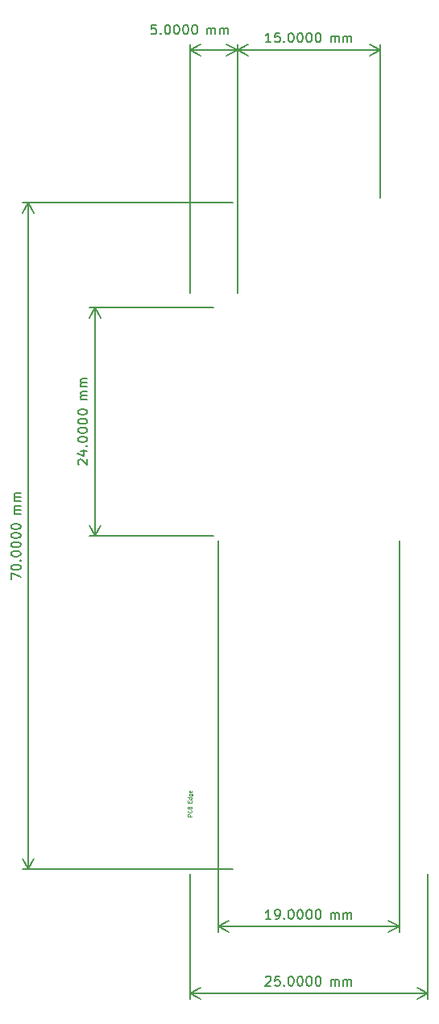
<source format=gbr>
G04 #@! TF.GenerationSoftware,KiCad,Pcbnew,(7.0.0)*
G04 #@! TF.CreationDate,2023-03-12T21:45:25+01:00*
G04 #@! TF.ProjectId,tracker,74726163-6b65-4722-9e6b-696361645f70,rev?*
G04 #@! TF.SameCoordinates,Original*
G04 #@! TF.FileFunction,OtherDrawing,Comment*
%FSLAX46Y46*%
G04 Gerber Fmt 4.6, Leading zero omitted, Abs format (unit mm)*
G04 Created by KiCad (PCBNEW (7.0.0)) date 2023-03-12 21:45:25*
%MOMM*%
%LPD*%
G01*
G04 APERTURE LIST*
%ADD10C,0.150000*%
%ADD11C,0.040000*%
G04 APERTURE END LIST*
D10*
X126461905Y-26367380D02*
X125985715Y-26367380D01*
X125985715Y-26367380D02*
X125938096Y-26843571D01*
X125938096Y-26843571D02*
X125985715Y-26795952D01*
X125985715Y-26795952D02*
X126080953Y-26748333D01*
X126080953Y-26748333D02*
X126319048Y-26748333D01*
X126319048Y-26748333D02*
X126414286Y-26795952D01*
X126414286Y-26795952D02*
X126461905Y-26843571D01*
X126461905Y-26843571D02*
X126509524Y-26938809D01*
X126509524Y-26938809D02*
X126509524Y-27176904D01*
X126509524Y-27176904D02*
X126461905Y-27272142D01*
X126461905Y-27272142D02*
X126414286Y-27319761D01*
X126414286Y-27319761D02*
X126319048Y-27367380D01*
X126319048Y-27367380D02*
X126080953Y-27367380D01*
X126080953Y-27367380D02*
X125985715Y-27319761D01*
X125985715Y-27319761D02*
X125938096Y-27272142D01*
X126938096Y-27272142D02*
X126985715Y-27319761D01*
X126985715Y-27319761D02*
X126938096Y-27367380D01*
X126938096Y-27367380D02*
X126890477Y-27319761D01*
X126890477Y-27319761D02*
X126938096Y-27272142D01*
X126938096Y-27272142D02*
X126938096Y-27367380D01*
X127604762Y-26367380D02*
X127700000Y-26367380D01*
X127700000Y-26367380D02*
X127795238Y-26415000D01*
X127795238Y-26415000D02*
X127842857Y-26462619D01*
X127842857Y-26462619D02*
X127890476Y-26557857D01*
X127890476Y-26557857D02*
X127938095Y-26748333D01*
X127938095Y-26748333D02*
X127938095Y-26986428D01*
X127938095Y-26986428D02*
X127890476Y-27176904D01*
X127890476Y-27176904D02*
X127842857Y-27272142D01*
X127842857Y-27272142D02*
X127795238Y-27319761D01*
X127795238Y-27319761D02*
X127700000Y-27367380D01*
X127700000Y-27367380D02*
X127604762Y-27367380D01*
X127604762Y-27367380D02*
X127509524Y-27319761D01*
X127509524Y-27319761D02*
X127461905Y-27272142D01*
X127461905Y-27272142D02*
X127414286Y-27176904D01*
X127414286Y-27176904D02*
X127366667Y-26986428D01*
X127366667Y-26986428D02*
X127366667Y-26748333D01*
X127366667Y-26748333D02*
X127414286Y-26557857D01*
X127414286Y-26557857D02*
X127461905Y-26462619D01*
X127461905Y-26462619D02*
X127509524Y-26415000D01*
X127509524Y-26415000D02*
X127604762Y-26367380D01*
X128557143Y-26367380D02*
X128652381Y-26367380D01*
X128652381Y-26367380D02*
X128747619Y-26415000D01*
X128747619Y-26415000D02*
X128795238Y-26462619D01*
X128795238Y-26462619D02*
X128842857Y-26557857D01*
X128842857Y-26557857D02*
X128890476Y-26748333D01*
X128890476Y-26748333D02*
X128890476Y-26986428D01*
X128890476Y-26986428D02*
X128842857Y-27176904D01*
X128842857Y-27176904D02*
X128795238Y-27272142D01*
X128795238Y-27272142D02*
X128747619Y-27319761D01*
X128747619Y-27319761D02*
X128652381Y-27367380D01*
X128652381Y-27367380D02*
X128557143Y-27367380D01*
X128557143Y-27367380D02*
X128461905Y-27319761D01*
X128461905Y-27319761D02*
X128414286Y-27272142D01*
X128414286Y-27272142D02*
X128366667Y-27176904D01*
X128366667Y-27176904D02*
X128319048Y-26986428D01*
X128319048Y-26986428D02*
X128319048Y-26748333D01*
X128319048Y-26748333D02*
X128366667Y-26557857D01*
X128366667Y-26557857D02*
X128414286Y-26462619D01*
X128414286Y-26462619D02*
X128461905Y-26415000D01*
X128461905Y-26415000D02*
X128557143Y-26367380D01*
X129509524Y-26367380D02*
X129604762Y-26367380D01*
X129604762Y-26367380D02*
X129700000Y-26415000D01*
X129700000Y-26415000D02*
X129747619Y-26462619D01*
X129747619Y-26462619D02*
X129795238Y-26557857D01*
X129795238Y-26557857D02*
X129842857Y-26748333D01*
X129842857Y-26748333D02*
X129842857Y-26986428D01*
X129842857Y-26986428D02*
X129795238Y-27176904D01*
X129795238Y-27176904D02*
X129747619Y-27272142D01*
X129747619Y-27272142D02*
X129700000Y-27319761D01*
X129700000Y-27319761D02*
X129604762Y-27367380D01*
X129604762Y-27367380D02*
X129509524Y-27367380D01*
X129509524Y-27367380D02*
X129414286Y-27319761D01*
X129414286Y-27319761D02*
X129366667Y-27272142D01*
X129366667Y-27272142D02*
X129319048Y-27176904D01*
X129319048Y-27176904D02*
X129271429Y-26986428D01*
X129271429Y-26986428D02*
X129271429Y-26748333D01*
X129271429Y-26748333D02*
X129319048Y-26557857D01*
X129319048Y-26557857D02*
X129366667Y-26462619D01*
X129366667Y-26462619D02*
X129414286Y-26415000D01*
X129414286Y-26415000D02*
X129509524Y-26367380D01*
X130461905Y-26367380D02*
X130557143Y-26367380D01*
X130557143Y-26367380D02*
X130652381Y-26415000D01*
X130652381Y-26415000D02*
X130700000Y-26462619D01*
X130700000Y-26462619D02*
X130747619Y-26557857D01*
X130747619Y-26557857D02*
X130795238Y-26748333D01*
X130795238Y-26748333D02*
X130795238Y-26986428D01*
X130795238Y-26986428D02*
X130747619Y-27176904D01*
X130747619Y-27176904D02*
X130700000Y-27272142D01*
X130700000Y-27272142D02*
X130652381Y-27319761D01*
X130652381Y-27319761D02*
X130557143Y-27367380D01*
X130557143Y-27367380D02*
X130461905Y-27367380D01*
X130461905Y-27367380D02*
X130366667Y-27319761D01*
X130366667Y-27319761D02*
X130319048Y-27272142D01*
X130319048Y-27272142D02*
X130271429Y-27176904D01*
X130271429Y-27176904D02*
X130223810Y-26986428D01*
X130223810Y-26986428D02*
X130223810Y-26748333D01*
X130223810Y-26748333D02*
X130271429Y-26557857D01*
X130271429Y-26557857D02*
X130319048Y-26462619D01*
X130319048Y-26462619D02*
X130366667Y-26415000D01*
X130366667Y-26415000D02*
X130461905Y-26367380D01*
X131823810Y-27367380D02*
X131823810Y-26700714D01*
X131823810Y-26795952D02*
X131871429Y-26748333D01*
X131871429Y-26748333D02*
X131966667Y-26700714D01*
X131966667Y-26700714D02*
X132109524Y-26700714D01*
X132109524Y-26700714D02*
X132204762Y-26748333D01*
X132204762Y-26748333D02*
X132252381Y-26843571D01*
X132252381Y-26843571D02*
X132252381Y-27367380D01*
X132252381Y-26843571D02*
X132300000Y-26748333D01*
X132300000Y-26748333D02*
X132395238Y-26700714D01*
X132395238Y-26700714D02*
X132538095Y-26700714D01*
X132538095Y-26700714D02*
X132633334Y-26748333D01*
X132633334Y-26748333D02*
X132680953Y-26843571D01*
X132680953Y-26843571D02*
X132680953Y-27367380D01*
X133157143Y-27367380D02*
X133157143Y-26700714D01*
X133157143Y-26795952D02*
X133204762Y-26748333D01*
X133204762Y-26748333D02*
X133300000Y-26700714D01*
X133300000Y-26700714D02*
X133442857Y-26700714D01*
X133442857Y-26700714D02*
X133538095Y-26748333D01*
X133538095Y-26748333D02*
X133585714Y-26843571D01*
X133585714Y-26843571D02*
X133585714Y-27367380D01*
X133585714Y-26843571D02*
X133633333Y-26748333D01*
X133633333Y-26748333D02*
X133728571Y-26700714D01*
X133728571Y-26700714D02*
X133871428Y-26700714D01*
X133871428Y-26700714D02*
X133966667Y-26748333D01*
X133966667Y-26748333D02*
X134014286Y-26843571D01*
X134014286Y-26843571D02*
X134014286Y-27367380D01*
X135000000Y-54500000D02*
X135000000Y-28413580D01*
X130000000Y-54500000D02*
X130000000Y-28413580D01*
X135000000Y-29000000D02*
X130000000Y-29000000D01*
X135000000Y-29000000D02*
X130000000Y-29000000D01*
X135000000Y-29000000D02*
X133873496Y-29586421D01*
X135000000Y-29000000D02*
X133873496Y-28413579D01*
X130000000Y-29000000D02*
X131126504Y-28413579D01*
X130000000Y-29000000D02*
X131126504Y-29586421D01*
X111217380Y-84585713D02*
X111217380Y-83919047D01*
X111217380Y-83919047D02*
X112217380Y-84347618D01*
X111217380Y-83347618D02*
X111217380Y-83252380D01*
X111217380Y-83252380D02*
X111265000Y-83157142D01*
X111265000Y-83157142D02*
X111312619Y-83109523D01*
X111312619Y-83109523D02*
X111407857Y-83061904D01*
X111407857Y-83061904D02*
X111598333Y-83014285D01*
X111598333Y-83014285D02*
X111836428Y-83014285D01*
X111836428Y-83014285D02*
X112026904Y-83061904D01*
X112026904Y-83061904D02*
X112122142Y-83109523D01*
X112122142Y-83109523D02*
X112169761Y-83157142D01*
X112169761Y-83157142D02*
X112217380Y-83252380D01*
X112217380Y-83252380D02*
X112217380Y-83347618D01*
X112217380Y-83347618D02*
X112169761Y-83442856D01*
X112169761Y-83442856D02*
X112122142Y-83490475D01*
X112122142Y-83490475D02*
X112026904Y-83538094D01*
X112026904Y-83538094D02*
X111836428Y-83585713D01*
X111836428Y-83585713D02*
X111598333Y-83585713D01*
X111598333Y-83585713D02*
X111407857Y-83538094D01*
X111407857Y-83538094D02*
X111312619Y-83490475D01*
X111312619Y-83490475D02*
X111265000Y-83442856D01*
X111265000Y-83442856D02*
X111217380Y-83347618D01*
X112122142Y-82585713D02*
X112169761Y-82538094D01*
X112169761Y-82538094D02*
X112217380Y-82585713D01*
X112217380Y-82585713D02*
X112169761Y-82633332D01*
X112169761Y-82633332D02*
X112122142Y-82585713D01*
X112122142Y-82585713D02*
X112217380Y-82585713D01*
X111217380Y-81919047D02*
X111217380Y-81823809D01*
X111217380Y-81823809D02*
X111265000Y-81728571D01*
X111265000Y-81728571D02*
X111312619Y-81680952D01*
X111312619Y-81680952D02*
X111407857Y-81633333D01*
X111407857Y-81633333D02*
X111598333Y-81585714D01*
X111598333Y-81585714D02*
X111836428Y-81585714D01*
X111836428Y-81585714D02*
X112026904Y-81633333D01*
X112026904Y-81633333D02*
X112122142Y-81680952D01*
X112122142Y-81680952D02*
X112169761Y-81728571D01*
X112169761Y-81728571D02*
X112217380Y-81823809D01*
X112217380Y-81823809D02*
X112217380Y-81919047D01*
X112217380Y-81919047D02*
X112169761Y-82014285D01*
X112169761Y-82014285D02*
X112122142Y-82061904D01*
X112122142Y-82061904D02*
X112026904Y-82109523D01*
X112026904Y-82109523D02*
X111836428Y-82157142D01*
X111836428Y-82157142D02*
X111598333Y-82157142D01*
X111598333Y-82157142D02*
X111407857Y-82109523D01*
X111407857Y-82109523D02*
X111312619Y-82061904D01*
X111312619Y-82061904D02*
X111265000Y-82014285D01*
X111265000Y-82014285D02*
X111217380Y-81919047D01*
X111217380Y-80966666D02*
X111217380Y-80871428D01*
X111217380Y-80871428D02*
X111265000Y-80776190D01*
X111265000Y-80776190D02*
X111312619Y-80728571D01*
X111312619Y-80728571D02*
X111407857Y-80680952D01*
X111407857Y-80680952D02*
X111598333Y-80633333D01*
X111598333Y-80633333D02*
X111836428Y-80633333D01*
X111836428Y-80633333D02*
X112026904Y-80680952D01*
X112026904Y-80680952D02*
X112122142Y-80728571D01*
X112122142Y-80728571D02*
X112169761Y-80776190D01*
X112169761Y-80776190D02*
X112217380Y-80871428D01*
X112217380Y-80871428D02*
X112217380Y-80966666D01*
X112217380Y-80966666D02*
X112169761Y-81061904D01*
X112169761Y-81061904D02*
X112122142Y-81109523D01*
X112122142Y-81109523D02*
X112026904Y-81157142D01*
X112026904Y-81157142D02*
X111836428Y-81204761D01*
X111836428Y-81204761D02*
X111598333Y-81204761D01*
X111598333Y-81204761D02*
X111407857Y-81157142D01*
X111407857Y-81157142D02*
X111312619Y-81109523D01*
X111312619Y-81109523D02*
X111265000Y-81061904D01*
X111265000Y-81061904D02*
X111217380Y-80966666D01*
X111217380Y-80014285D02*
X111217380Y-79919047D01*
X111217380Y-79919047D02*
X111265000Y-79823809D01*
X111265000Y-79823809D02*
X111312619Y-79776190D01*
X111312619Y-79776190D02*
X111407857Y-79728571D01*
X111407857Y-79728571D02*
X111598333Y-79680952D01*
X111598333Y-79680952D02*
X111836428Y-79680952D01*
X111836428Y-79680952D02*
X112026904Y-79728571D01*
X112026904Y-79728571D02*
X112122142Y-79776190D01*
X112122142Y-79776190D02*
X112169761Y-79823809D01*
X112169761Y-79823809D02*
X112217380Y-79919047D01*
X112217380Y-79919047D02*
X112217380Y-80014285D01*
X112217380Y-80014285D02*
X112169761Y-80109523D01*
X112169761Y-80109523D02*
X112122142Y-80157142D01*
X112122142Y-80157142D02*
X112026904Y-80204761D01*
X112026904Y-80204761D02*
X111836428Y-80252380D01*
X111836428Y-80252380D02*
X111598333Y-80252380D01*
X111598333Y-80252380D02*
X111407857Y-80204761D01*
X111407857Y-80204761D02*
X111312619Y-80157142D01*
X111312619Y-80157142D02*
X111265000Y-80109523D01*
X111265000Y-80109523D02*
X111217380Y-80014285D01*
X111217380Y-79061904D02*
X111217380Y-78966666D01*
X111217380Y-78966666D02*
X111265000Y-78871428D01*
X111265000Y-78871428D02*
X111312619Y-78823809D01*
X111312619Y-78823809D02*
X111407857Y-78776190D01*
X111407857Y-78776190D02*
X111598333Y-78728571D01*
X111598333Y-78728571D02*
X111836428Y-78728571D01*
X111836428Y-78728571D02*
X112026904Y-78776190D01*
X112026904Y-78776190D02*
X112122142Y-78823809D01*
X112122142Y-78823809D02*
X112169761Y-78871428D01*
X112169761Y-78871428D02*
X112217380Y-78966666D01*
X112217380Y-78966666D02*
X112217380Y-79061904D01*
X112217380Y-79061904D02*
X112169761Y-79157142D01*
X112169761Y-79157142D02*
X112122142Y-79204761D01*
X112122142Y-79204761D02*
X112026904Y-79252380D01*
X112026904Y-79252380D02*
X111836428Y-79299999D01*
X111836428Y-79299999D02*
X111598333Y-79299999D01*
X111598333Y-79299999D02*
X111407857Y-79252380D01*
X111407857Y-79252380D02*
X111312619Y-79204761D01*
X111312619Y-79204761D02*
X111265000Y-79157142D01*
X111265000Y-79157142D02*
X111217380Y-79061904D01*
X112217380Y-77699999D02*
X111550714Y-77699999D01*
X111645952Y-77699999D02*
X111598333Y-77652380D01*
X111598333Y-77652380D02*
X111550714Y-77557142D01*
X111550714Y-77557142D02*
X111550714Y-77414285D01*
X111550714Y-77414285D02*
X111598333Y-77319047D01*
X111598333Y-77319047D02*
X111693571Y-77271428D01*
X111693571Y-77271428D02*
X112217380Y-77271428D01*
X111693571Y-77271428D02*
X111598333Y-77223809D01*
X111598333Y-77223809D02*
X111550714Y-77128571D01*
X111550714Y-77128571D02*
X111550714Y-76985714D01*
X111550714Y-76985714D02*
X111598333Y-76890475D01*
X111598333Y-76890475D02*
X111693571Y-76842856D01*
X111693571Y-76842856D02*
X112217380Y-76842856D01*
X112217380Y-76366666D02*
X111550714Y-76366666D01*
X111645952Y-76366666D02*
X111598333Y-76319047D01*
X111598333Y-76319047D02*
X111550714Y-76223809D01*
X111550714Y-76223809D02*
X111550714Y-76080952D01*
X111550714Y-76080952D02*
X111598333Y-75985714D01*
X111598333Y-75985714D02*
X111693571Y-75938095D01*
X111693571Y-75938095D02*
X112217380Y-75938095D01*
X111693571Y-75938095D02*
X111598333Y-75890476D01*
X111598333Y-75890476D02*
X111550714Y-75795238D01*
X111550714Y-75795238D02*
X111550714Y-75652381D01*
X111550714Y-75652381D02*
X111598333Y-75557142D01*
X111598333Y-75557142D02*
X111693571Y-75509523D01*
X111693571Y-75509523D02*
X112217380Y-75509523D01*
X134500000Y-115000000D02*
X112413580Y-115000000D01*
X134500000Y-45000000D02*
X112413580Y-45000000D01*
X113000000Y-115000000D02*
X113000000Y-45000000D01*
X113000000Y-115000000D02*
X113000000Y-45000000D01*
X113000000Y-115000000D02*
X112413579Y-113873496D01*
X113000000Y-115000000D02*
X113586421Y-113873496D01*
X113000000Y-45000000D02*
X113586421Y-46126504D01*
X113000000Y-45000000D02*
X112413579Y-46126504D01*
X118312619Y-72538094D02*
X118265000Y-72490475D01*
X118265000Y-72490475D02*
X118217380Y-72395237D01*
X118217380Y-72395237D02*
X118217380Y-72157142D01*
X118217380Y-72157142D02*
X118265000Y-72061904D01*
X118265000Y-72061904D02*
X118312619Y-72014285D01*
X118312619Y-72014285D02*
X118407857Y-71966666D01*
X118407857Y-71966666D02*
X118503095Y-71966666D01*
X118503095Y-71966666D02*
X118645952Y-72014285D01*
X118645952Y-72014285D02*
X119217380Y-72585713D01*
X119217380Y-72585713D02*
X119217380Y-71966666D01*
X118550714Y-71109523D02*
X119217380Y-71109523D01*
X118169761Y-71347618D02*
X118884047Y-71585713D01*
X118884047Y-71585713D02*
X118884047Y-70966666D01*
X119122142Y-70585713D02*
X119169761Y-70538094D01*
X119169761Y-70538094D02*
X119217380Y-70585713D01*
X119217380Y-70585713D02*
X119169761Y-70633332D01*
X119169761Y-70633332D02*
X119122142Y-70585713D01*
X119122142Y-70585713D02*
X119217380Y-70585713D01*
X118217380Y-69919047D02*
X118217380Y-69823809D01*
X118217380Y-69823809D02*
X118265000Y-69728571D01*
X118265000Y-69728571D02*
X118312619Y-69680952D01*
X118312619Y-69680952D02*
X118407857Y-69633333D01*
X118407857Y-69633333D02*
X118598333Y-69585714D01*
X118598333Y-69585714D02*
X118836428Y-69585714D01*
X118836428Y-69585714D02*
X119026904Y-69633333D01*
X119026904Y-69633333D02*
X119122142Y-69680952D01*
X119122142Y-69680952D02*
X119169761Y-69728571D01*
X119169761Y-69728571D02*
X119217380Y-69823809D01*
X119217380Y-69823809D02*
X119217380Y-69919047D01*
X119217380Y-69919047D02*
X119169761Y-70014285D01*
X119169761Y-70014285D02*
X119122142Y-70061904D01*
X119122142Y-70061904D02*
X119026904Y-70109523D01*
X119026904Y-70109523D02*
X118836428Y-70157142D01*
X118836428Y-70157142D02*
X118598333Y-70157142D01*
X118598333Y-70157142D02*
X118407857Y-70109523D01*
X118407857Y-70109523D02*
X118312619Y-70061904D01*
X118312619Y-70061904D02*
X118265000Y-70014285D01*
X118265000Y-70014285D02*
X118217380Y-69919047D01*
X118217380Y-68966666D02*
X118217380Y-68871428D01*
X118217380Y-68871428D02*
X118265000Y-68776190D01*
X118265000Y-68776190D02*
X118312619Y-68728571D01*
X118312619Y-68728571D02*
X118407857Y-68680952D01*
X118407857Y-68680952D02*
X118598333Y-68633333D01*
X118598333Y-68633333D02*
X118836428Y-68633333D01*
X118836428Y-68633333D02*
X119026904Y-68680952D01*
X119026904Y-68680952D02*
X119122142Y-68728571D01*
X119122142Y-68728571D02*
X119169761Y-68776190D01*
X119169761Y-68776190D02*
X119217380Y-68871428D01*
X119217380Y-68871428D02*
X119217380Y-68966666D01*
X119217380Y-68966666D02*
X119169761Y-69061904D01*
X119169761Y-69061904D02*
X119122142Y-69109523D01*
X119122142Y-69109523D02*
X119026904Y-69157142D01*
X119026904Y-69157142D02*
X118836428Y-69204761D01*
X118836428Y-69204761D02*
X118598333Y-69204761D01*
X118598333Y-69204761D02*
X118407857Y-69157142D01*
X118407857Y-69157142D02*
X118312619Y-69109523D01*
X118312619Y-69109523D02*
X118265000Y-69061904D01*
X118265000Y-69061904D02*
X118217380Y-68966666D01*
X118217380Y-68014285D02*
X118217380Y-67919047D01*
X118217380Y-67919047D02*
X118265000Y-67823809D01*
X118265000Y-67823809D02*
X118312619Y-67776190D01*
X118312619Y-67776190D02*
X118407857Y-67728571D01*
X118407857Y-67728571D02*
X118598333Y-67680952D01*
X118598333Y-67680952D02*
X118836428Y-67680952D01*
X118836428Y-67680952D02*
X119026904Y-67728571D01*
X119026904Y-67728571D02*
X119122142Y-67776190D01*
X119122142Y-67776190D02*
X119169761Y-67823809D01*
X119169761Y-67823809D02*
X119217380Y-67919047D01*
X119217380Y-67919047D02*
X119217380Y-68014285D01*
X119217380Y-68014285D02*
X119169761Y-68109523D01*
X119169761Y-68109523D02*
X119122142Y-68157142D01*
X119122142Y-68157142D02*
X119026904Y-68204761D01*
X119026904Y-68204761D02*
X118836428Y-68252380D01*
X118836428Y-68252380D02*
X118598333Y-68252380D01*
X118598333Y-68252380D02*
X118407857Y-68204761D01*
X118407857Y-68204761D02*
X118312619Y-68157142D01*
X118312619Y-68157142D02*
X118265000Y-68109523D01*
X118265000Y-68109523D02*
X118217380Y-68014285D01*
X118217380Y-67061904D02*
X118217380Y-66966666D01*
X118217380Y-66966666D02*
X118265000Y-66871428D01*
X118265000Y-66871428D02*
X118312619Y-66823809D01*
X118312619Y-66823809D02*
X118407857Y-66776190D01*
X118407857Y-66776190D02*
X118598333Y-66728571D01*
X118598333Y-66728571D02*
X118836428Y-66728571D01*
X118836428Y-66728571D02*
X119026904Y-66776190D01*
X119026904Y-66776190D02*
X119122142Y-66823809D01*
X119122142Y-66823809D02*
X119169761Y-66871428D01*
X119169761Y-66871428D02*
X119217380Y-66966666D01*
X119217380Y-66966666D02*
X119217380Y-67061904D01*
X119217380Y-67061904D02*
X119169761Y-67157142D01*
X119169761Y-67157142D02*
X119122142Y-67204761D01*
X119122142Y-67204761D02*
X119026904Y-67252380D01*
X119026904Y-67252380D02*
X118836428Y-67299999D01*
X118836428Y-67299999D02*
X118598333Y-67299999D01*
X118598333Y-67299999D02*
X118407857Y-67252380D01*
X118407857Y-67252380D02*
X118312619Y-67204761D01*
X118312619Y-67204761D02*
X118265000Y-67157142D01*
X118265000Y-67157142D02*
X118217380Y-67061904D01*
X119217380Y-65699999D02*
X118550714Y-65699999D01*
X118645952Y-65699999D02*
X118598333Y-65652380D01*
X118598333Y-65652380D02*
X118550714Y-65557142D01*
X118550714Y-65557142D02*
X118550714Y-65414285D01*
X118550714Y-65414285D02*
X118598333Y-65319047D01*
X118598333Y-65319047D02*
X118693571Y-65271428D01*
X118693571Y-65271428D02*
X119217380Y-65271428D01*
X118693571Y-65271428D02*
X118598333Y-65223809D01*
X118598333Y-65223809D02*
X118550714Y-65128571D01*
X118550714Y-65128571D02*
X118550714Y-64985714D01*
X118550714Y-64985714D02*
X118598333Y-64890475D01*
X118598333Y-64890475D02*
X118693571Y-64842856D01*
X118693571Y-64842856D02*
X119217380Y-64842856D01*
X119217380Y-64366666D02*
X118550714Y-64366666D01*
X118645952Y-64366666D02*
X118598333Y-64319047D01*
X118598333Y-64319047D02*
X118550714Y-64223809D01*
X118550714Y-64223809D02*
X118550714Y-64080952D01*
X118550714Y-64080952D02*
X118598333Y-63985714D01*
X118598333Y-63985714D02*
X118693571Y-63938095D01*
X118693571Y-63938095D02*
X119217380Y-63938095D01*
X118693571Y-63938095D02*
X118598333Y-63890476D01*
X118598333Y-63890476D02*
X118550714Y-63795238D01*
X118550714Y-63795238D02*
X118550714Y-63652381D01*
X118550714Y-63652381D02*
X118598333Y-63557142D01*
X118598333Y-63557142D02*
X118693571Y-63509523D01*
X118693571Y-63509523D02*
X119217380Y-63509523D01*
X132500000Y-56000000D02*
X119413580Y-56000000D01*
X132500000Y-80000000D02*
X119413580Y-80000000D01*
X120000000Y-56000000D02*
X120000000Y-80000000D01*
X120000000Y-56000000D02*
X120000000Y-80000000D01*
X120000000Y-56000000D02*
X120586421Y-57126504D01*
X120000000Y-56000000D02*
X119413579Y-57126504D01*
X120000000Y-80000000D02*
X119413579Y-78873496D01*
X120000000Y-80000000D02*
X120586421Y-78873496D01*
X138533333Y-28217380D02*
X137961905Y-28217380D01*
X138247619Y-28217380D02*
X138247619Y-27217380D01*
X138247619Y-27217380D02*
X138152381Y-27360238D01*
X138152381Y-27360238D02*
X138057143Y-27455476D01*
X138057143Y-27455476D02*
X137961905Y-27503095D01*
X139438095Y-27217380D02*
X138961905Y-27217380D01*
X138961905Y-27217380D02*
X138914286Y-27693571D01*
X138914286Y-27693571D02*
X138961905Y-27645952D01*
X138961905Y-27645952D02*
X139057143Y-27598333D01*
X139057143Y-27598333D02*
X139295238Y-27598333D01*
X139295238Y-27598333D02*
X139390476Y-27645952D01*
X139390476Y-27645952D02*
X139438095Y-27693571D01*
X139438095Y-27693571D02*
X139485714Y-27788809D01*
X139485714Y-27788809D02*
X139485714Y-28026904D01*
X139485714Y-28026904D02*
X139438095Y-28122142D01*
X139438095Y-28122142D02*
X139390476Y-28169761D01*
X139390476Y-28169761D02*
X139295238Y-28217380D01*
X139295238Y-28217380D02*
X139057143Y-28217380D01*
X139057143Y-28217380D02*
X138961905Y-28169761D01*
X138961905Y-28169761D02*
X138914286Y-28122142D01*
X139914286Y-28122142D02*
X139961905Y-28169761D01*
X139961905Y-28169761D02*
X139914286Y-28217380D01*
X139914286Y-28217380D02*
X139866667Y-28169761D01*
X139866667Y-28169761D02*
X139914286Y-28122142D01*
X139914286Y-28122142D02*
X139914286Y-28217380D01*
X140580952Y-27217380D02*
X140676190Y-27217380D01*
X140676190Y-27217380D02*
X140771428Y-27265000D01*
X140771428Y-27265000D02*
X140819047Y-27312619D01*
X140819047Y-27312619D02*
X140866666Y-27407857D01*
X140866666Y-27407857D02*
X140914285Y-27598333D01*
X140914285Y-27598333D02*
X140914285Y-27836428D01*
X140914285Y-27836428D02*
X140866666Y-28026904D01*
X140866666Y-28026904D02*
X140819047Y-28122142D01*
X140819047Y-28122142D02*
X140771428Y-28169761D01*
X140771428Y-28169761D02*
X140676190Y-28217380D01*
X140676190Y-28217380D02*
X140580952Y-28217380D01*
X140580952Y-28217380D02*
X140485714Y-28169761D01*
X140485714Y-28169761D02*
X140438095Y-28122142D01*
X140438095Y-28122142D02*
X140390476Y-28026904D01*
X140390476Y-28026904D02*
X140342857Y-27836428D01*
X140342857Y-27836428D02*
X140342857Y-27598333D01*
X140342857Y-27598333D02*
X140390476Y-27407857D01*
X140390476Y-27407857D02*
X140438095Y-27312619D01*
X140438095Y-27312619D02*
X140485714Y-27265000D01*
X140485714Y-27265000D02*
X140580952Y-27217380D01*
X141533333Y-27217380D02*
X141628571Y-27217380D01*
X141628571Y-27217380D02*
X141723809Y-27265000D01*
X141723809Y-27265000D02*
X141771428Y-27312619D01*
X141771428Y-27312619D02*
X141819047Y-27407857D01*
X141819047Y-27407857D02*
X141866666Y-27598333D01*
X141866666Y-27598333D02*
X141866666Y-27836428D01*
X141866666Y-27836428D02*
X141819047Y-28026904D01*
X141819047Y-28026904D02*
X141771428Y-28122142D01*
X141771428Y-28122142D02*
X141723809Y-28169761D01*
X141723809Y-28169761D02*
X141628571Y-28217380D01*
X141628571Y-28217380D02*
X141533333Y-28217380D01*
X141533333Y-28217380D02*
X141438095Y-28169761D01*
X141438095Y-28169761D02*
X141390476Y-28122142D01*
X141390476Y-28122142D02*
X141342857Y-28026904D01*
X141342857Y-28026904D02*
X141295238Y-27836428D01*
X141295238Y-27836428D02*
X141295238Y-27598333D01*
X141295238Y-27598333D02*
X141342857Y-27407857D01*
X141342857Y-27407857D02*
X141390476Y-27312619D01*
X141390476Y-27312619D02*
X141438095Y-27265000D01*
X141438095Y-27265000D02*
X141533333Y-27217380D01*
X142485714Y-27217380D02*
X142580952Y-27217380D01*
X142580952Y-27217380D02*
X142676190Y-27265000D01*
X142676190Y-27265000D02*
X142723809Y-27312619D01*
X142723809Y-27312619D02*
X142771428Y-27407857D01*
X142771428Y-27407857D02*
X142819047Y-27598333D01*
X142819047Y-27598333D02*
X142819047Y-27836428D01*
X142819047Y-27836428D02*
X142771428Y-28026904D01*
X142771428Y-28026904D02*
X142723809Y-28122142D01*
X142723809Y-28122142D02*
X142676190Y-28169761D01*
X142676190Y-28169761D02*
X142580952Y-28217380D01*
X142580952Y-28217380D02*
X142485714Y-28217380D01*
X142485714Y-28217380D02*
X142390476Y-28169761D01*
X142390476Y-28169761D02*
X142342857Y-28122142D01*
X142342857Y-28122142D02*
X142295238Y-28026904D01*
X142295238Y-28026904D02*
X142247619Y-27836428D01*
X142247619Y-27836428D02*
X142247619Y-27598333D01*
X142247619Y-27598333D02*
X142295238Y-27407857D01*
X142295238Y-27407857D02*
X142342857Y-27312619D01*
X142342857Y-27312619D02*
X142390476Y-27265000D01*
X142390476Y-27265000D02*
X142485714Y-27217380D01*
X143438095Y-27217380D02*
X143533333Y-27217380D01*
X143533333Y-27217380D02*
X143628571Y-27265000D01*
X143628571Y-27265000D02*
X143676190Y-27312619D01*
X143676190Y-27312619D02*
X143723809Y-27407857D01*
X143723809Y-27407857D02*
X143771428Y-27598333D01*
X143771428Y-27598333D02*
X143771428Y-27836428D01*
X143771428Y-27836428D02*
X143723809Y-28026904D01*
X143723809Y-28026904D02*
X143676190Y-28122142D01*
X143676190Y-28122142D02*
X143628571Y-28169761D01*
X143628571Y-28169761D02*
X143533333Y-28217380D01*
X143533333Y-28217380D02*
X143438095Y-28217380D01*
X143438095Y-28217380D02*
X143342857Y-28169761D01*
X143342857Y-28169761D02*
X143295238Y-28122142D01*
X143295238Y-28122142D02*
X143247619Y-28026904D01*
X143247619Y-28026904D02*
X143200000Y-27836428D01*
X143200000Y-27836428D02*
X143200000Y-27598333D01*
X143200000Y-27598333D02*
X143247619Y-27407857D01*
X143247619Y-27407857D02*
X143295238Y-27312619D01*
X143295238Y-27312619D02*
X143342857Y-27265000D01*
X143342857Y-27265000D02*
X143438095Y-27217380D01*
X144800000Y-28217380D02*
X144800000Y-27550714D01*
X144800000Y-27645952D02*
X144847619Y-27598333D01*
X144847619Y-27598333D02*
X144942857Y-27550714D01*
X144942857Y-27550714D02*
X145085714Y-27550714D01*
X145085714Y-27550714D02*
X145180952Y-27598333D01*
X145180952Y-27598333D02*
X145228571Y-27693571D01*
X145228571Y-27693571D02*
X145228571Y-28217380D01*
X145228571Y-27693571D02*
X145276190Y-27598333D01*
X145276190Y-27598333D02*
X145371428Y-27550714D01*
X145371428Y-27550714D02*
X145514285Y-27550714D01*
X145514285Y-27550714D02*
X145609524Y-27598333D01*
X145609524Y-27598333D02*
X145657143Y-27693571D01*
X145657143Y-27693571D02*
X145657143Y-28217380D01*
X146133333Y-28217380D02*
X146133333Y-27550714D01*
X146133333Y-27645952D02*
X146180952Y-27598333D01*
X146180952Y-27598333D02*
X146276190Y-27550714D01*
X146276190Y-27550714D02*
X146419047Y-27550714D01*
X146419047Y-27550714D02*
X146514285Y-27598333D01*
X146514285Y-27598333D02*
X146561904Y-27693571D01*
X146561904Y-27693571D02*
X146561904Y-28217380D01*
X146561904Y-27693571D02*
X146609523Y-27598333D01*
X146609523Y-27598333D02*
X146704761Y-27550714D01*
X146704761Y-27550714D02*
X146847618Y-27550714D01*
X146847618Y-27550714D02*
X146942857Y-27598333D01*
X146942857Y-27598333D02*
X146990476Y-27693571D01*
X146990476Y-27693571D02*
X146990476Y-28217380D01*
X135000000Y-44500000D02*
X135000000Y-28413580D01*
X150000000Y-44500000D02*
X150000000Y-28413580D01*
X135000000Y-29000000D02*
X150000000Y-29000000D01*
X135000000Y-29000000D02*
X150000000Y-29000000D01*
X135000000Y-29000000D02*
X136126504Y-28413579D01*
X135000000Y-29000000D02*
X136126504Y-29586421D01*
X150000000Y-29000000D02*
X148873496Y-29586421D01*
X150000000Y-29000000D02*
X148873496Y-28413579D01*
X138533333Y-120217380D02*
X137961905Y-120217380D01*
X138247619Y-120217380D02*
X138247619Y-119217380D01*
X138247619Y-119217380D02*
X138152381Y-119360238D01*
X138152381Y-119360238D02*
X138057143Y-119455476D01*
X138057143Y-119455476D02*
X137961905Y-119503095D01*
X139009524Y-120217380D02*
X139200000Y-120217380D01*
X139200000Y-120217380D02*
X139295238Y-120169761D01*
X139295238Y-120169761D02*
X139342857Y-120122142D01*
X139342857Y-120122142D02*
X139438095Y-119979285D01*
X139438095Y-119979285D02*
X139485714Y-119788809D01*
X139485714Y-119788809D02*
X139485714Y-119407857D01*
X139485714Y-119407857D02*
X139438095Y-119312619D01*
X139438095Y-119312619D02*
X139390476Y-119265000D01*
X139390476Y-119265000D02*
X139295238Y-119217380D01*
X139295238Y-119217380D02*
X139104762Y-119217380D01*
X139104762Y-119217380D02*
X139009524Y-119265000D01*
X139009524Y-119265000D02*
X138961905Y-119312619D01*
X138961905Y-119312619D02*
X138914286Y-119407857D01*
X138914286Y-119407857D02*
X138914286Y-119645952D01*
X138914286Y-119645952D02*
X138961905Y-119741190D01*
X138961905Y-119741190D02*
X139009524Y-119788809D01*
X139009524Y-119788809D02*
X139104762Y-119836428D01*
X139104762Y-119836428D02*
X139295238Y-119836428D01*
X139295238Y-119836428D02*
X139390476Y-119788809D01*
X139390476Y-119788809D02*
X139438095Y-119741190D01*
X139438095Y-119741190D02*
X139485714Y-119645952D01*
X139914286Y-120122142D02*
X139961905Y-120169761D01*
X139961905Y-120169761D02*
X139914286Y-120217380D01*
X139914286Y-120217380D02*
X139866667Y-120169761D01*
X139866667Y-120169761D02*
X139914286Y-120122142D01*
X139914286Y-120122142D02*
X139914286Y-120217380D01*
X140580952Y-119217380D02*
X140676190Y-119217380D01*
X140676190Y-119217380D02*
X140771428Y-119265000D01*
X140771428Y-119265000D02*
X140819047Y-119312619D01*
X140819047Y-119312619D02*
X140866666Y-119407857D01*
X140866666Y-119407857D02*
X140914285Y-119598333D01*
X140914285Y-119598333D02*
X140914285Y-119836428D01*
X140914285Y-119836428D02*
X140866666Y-120026904D01*
X140866666Y-120026904D02*
X140819047Y-120122142D01*
X140819047Y-120122142D02*
X140771428Y-120169761D01*
X140771428Y-120169761D02*
X140676190Y-120217380D01*
X140676190Y-120217380D02*
X140580952Y-120217380D01*
X140580952Y-120217380D02*
X140485714Y-120169761D01*
X140485714Y-120169761D02*
X140438095Y-120122142D01*
X140438095Y-120122142D02*
X140390476Y-120026904D01*
X140390476Y-120026904D02*
X140342857Y-119836428D01*
X140342857Y-119836428D02*
X140342857Y-119598333D01*
X140342857Y-119598333D02*
X140390476Y-119407857D01*
X140390476Y-119407857D02*
X140438095Y-119312619D01*
X140438095Y-119312619D02*
X140485714Y-119265000D01*
X140485714Y-119265000D02*
X140580952Y-119217380D01*
X141533333Y-119217380D02*
X141628571Y-119217380D01*
X141628571Y-119217380D02*
X141723809Y-119265000D01*
X141723809Y-119265000D02*
X141771428Y-119312619D01*
X141771428Y-119312619D02*
X141819047Y-119407857D01*
X141819047Y-119407857D02*
X141866666Y-119598333D01*
X141866666Y-119598333D02*
X141866666Y-119836428D01*
X141866666Y-119836428D02*
X141819047Y-120026904D01*
X141819047Y-120026904D02*
X141771428Y-120122142D01*
X141771428Y-120122142D02*
X141723809Y-120169761D01*
X141723809Y-120169761D02*
X141628571Y-120217380D01*
X141628571Y-120217380D02*
X141533333Y-120217380D01*
X141533333Y-120217380D02*
X141438095Y-120169761D01*
X141438095Y-120169761D02*
X141390476Y-120122142D01*
X141390476Y-120122142D02*
X141342857Y-120026904D01*
X141342857Y-120026904D02*
X141295238Y-119836428D01*
X141295238Y-119836428D02*
X141295238Y-119598333D01*
X141295238Y-119598333D02*
X141342857Y-119407857D01*
X141342857Y-119407857D02*
X141390476Y-119312619D01*
X141390476Y-119312619D02*
X141438095Y-119265000D01*
X141438095Y-119265000D02*
X141533333Y-119217380D01*
X142485714Y-119217380D02*
X142580952Y-119217380D01*
X142580952Y-119217380D02*
X142676190Y-119265000D01*
X142676190Y-119265000D02*
X142723809Y-119312619D01*
X142723809Y-119312619D02*
X142771428Y-119407857D01*
X142771428Y-119407857D02*
X142819047Y-119598333D01*
X142819047Y-119598333D02*
X142819047Y-119836428D01*
X142819047Y-119836428D02*
X142771428Y-120026904D01*
X142771428Y-120026904D02*
X142723809Y-120122142D01*
X142723809Y-120122142D02*
X142676190Y-120169761D01*
X142676190Y-120169761D02*
X142580952Y-120217380D01*
X142580952Y-120217380D02*
X142485714Y-120217380D01*
X142485714Y-120217380D02*
X142390476Y-120169761D01*
X142390476Y-120169761D02*
X142342857Y-120122142D01*
X142342857Y-120122142D02*
X142295238Y-120026904D01*
X142295238Y-120026904D02*
X142247619Y-119836428D01*
X142247619Y-119836428D02*
X142247619Y-119598333D01*
X142247619Y-119598333D02*
X142295238Y-119407857D01*
X142295238Y-119407857D02*
X142342857Y-119312619D01*
X142342857Y-119312619D02*
X142390476Y-119265000D01*
X142390476Y-119265000D02*
X142485714Y-119217380D01*
X143438095Y-119217380D02*
X143533333Y-119217380D01*
X143533333Y-119217380D02*
X143628571Y-119265000D01*
X143628571Y-119265000D02*
X143676190Y-119312619D01*
X143676190Y-119312619D02*
X143723809Y-119407857D01*
X143723809Y-119407857D02*
X143771428Y-119598333D01*
X143771428Y-119598333D02*
X143771428Y-119836428D01*
X143771428Y-119836428D02*
X143723809Y-120026904D01*
X143723809Y-120026904D02*
X143676190Y-120122142D01*
X143676190Y-120122142D02*
X143628571Y-120169761D01*
X143628571Y-120169761D02*
X143533333Y-120217380D01*
X143533333Y-120217380D02*
X143438095Y-120217380D01*
X143438095Y-120217380D02*
X143342857Y-120169761D01*
X143342857Y-120169761D02*
X143295238Y-120122142D01*
X143295238Y-120122142D02*
X143247619Y-120026904D01*
X143247619Y-120026904D02*
X143200000Y-119836428D01*
X143200000Y-119836428D02*
X143200000Y-119598333D01*
X143200000Y-119598333D02*
X143247619Y-119407857D01*
X143247619Y-119407857D02*
X143295238Y-119312619D01*
X143295238Y-119312619D02*
X143342857Y-119265000D01*
X143342857Y-119265000D02*
X143438095Y-119217380D01*
X144800000Y-120217380D02*
X144800000Y-119550714D01*
X144800000Y-119645952D02*
X144847619Y-119598333D01*
X144847619Y-119598333D02*
X144942857Y-119550714D01*
X144942857Y-119550714D02*
X145085714Y-119550714D01*
X145085714Y-119550714D02*
X145180952Y-119598333D01*
X145180952Y-119598333D02*
X145228571Y-119693571D01*
X145228571Y-119693571D02*
X145228571Y-120217380D01*
X145228571Y-119693571D02*
X145276190Y-119598333D01*
X145276190Y-119598333D02*
X145371428Y-119550714D01*
X145371428Y-119550714D02*
X145514285Y-119550714D01*
X145514285Y-119550714D02*
X145609524Y-119598333D01*
X145609524Y-119598333D02*
X145657143Y-119693571D01*
X145657143Y-119693571D02*
X145657143Y-120217380D01*
X146133333Y-120217380D02*
X146133333Y-119550714D01*
X146133333Y-119645952D02*
X146180952Y-119598333D01*
X146180952Y-119598333D02*
X146276190Y-119550714D01*
X146276190Y-119550714D02*
X146419047Y-119550714D01*
X146419047Y-119550714D02*
X146514285Y-119598333D01*
X146514285Y-119598333D02*
X146561904Y-119693571D01*
X146561904Y-119693571D02*
X146561904Y-120217380D01*
X146561904Y-119693571D02*
X146609523Y-119598333D01*
X146609523Y-119598333D02*
X146704761Y-119550714D01*
X146704761Y-119550714D02*
X146847618Y-119550714D01*
X146847618Y-119550714D02*
X146942857Y-119598333D01*
X146942857Y-119598333D02*
X146990476Y-119693571D01*
X146990476Y-119693571D02*
X146990476Y-120217380D01*
X133000000Y-80500000D02*
X133000000Y-121586420D01*
X152000000Y-80500000D02*
X152000000Y-121586420D01*
X133000000Y-121000000D02*
X152000000Y-121000000D01*
X133000000Y-121000000D02*
X152000000Y-121000000D01*
X133000000Y-121000000D02*
X134126504Y-120413579D01*
X133000000Y-121000000D02*
X134126504Y-121586421D01*
X152000000Y-121000000D02*
X150873496Y-121586421D01*
X152000000Y-121000000D02*
X150873496Y-120413579D01*
X137961905Y-126312619D02*
X138009524Y-126265000D01*
X138009524Y-126265000D02*
X138104762Y-126217380D01*
X138104762Y-126217380D02*
X138342857Y-126217380D01*
X138342857Y-126217380D02*
X138438095Y-126265000D01*
X138438095Y-126265000D02*
X138485714Y-126312619D01*
X138485714Y-126312619D02*
X138533333Y-126407857D01*
X138533333Y-126407857D02*
X138533333Y-126503095D01*
X138533333Y-126503095D02*
X138485714Y-126645952D01*
X138485714Y-126645952D02*
X137914286Y-127217380D01*
X137914286Y-127217380D02*
X138533333Y-127217380D01*
X139438095Y-126217380D02*
X138961905Y-126217380D01*
X138961905Y-126217380D02*
X138914286Y-126693571D01*
X138914286Y-126693571D02*
X138961905Y-126645952D01*
X138961905Y-126645952D02*
X139057143Y-126598333D01*
X139057143Y-126598333D02*
X139295238Y-126598333D01*
X139295238Y-126598333D02*
X139390476Y-126645952D01*
X139390476Y-126645952D02*
X139438095Y-126693571D01*
X139438095Y-126693571D02*
X139485714Y-126788809D01*
X139485714Y-126788809D02*
X139485714Y-127026904D01*
X139485714Y-127026904D02*
X139438095Y-127122142D01*
X139438095Y-127122142D02*
X139390476Y-127169761D01*
X139390476Y-127169761D02*
X139295238Y-127217380D01*
X139295238Y-127217380D02*
X139057143Y-127217380D01*
X139057143Y-127217380D02*
X138961905Y-127169761D01*
X138961905Y-127169761D02*
X138914286Y-127122142D01*
X139914286Y-127122142D02*
X139961905Y-127169761D01*
X139961905Y-127169761D02*
X139914286Y-127217380D01*
X139914286Y-127217380D02*
X139866667Y-127169761D01*
X139866667Y-127169761D02*
X139914286Y-127122142D01*
X139914286Y-127122142D02*
X139914286Y-127217380D01*
X140580952Y-126217380D02*
X140676190Y-126217380D01*
X140676190Y-126217380D02*
X140771428Y-126265000D01*
X140771428Y-126265000D02*
X140819047Y-126312619D01*
X140819047Y-126312619D02*
X140866666Y-126407857D01*
X140866666Y-126407857D02*
X140914285Y-126598333D01*
X140914285Y-126598333D02*
X140914285Y-126836428D01*
X140914285Y-126836428D02*
X140866666Y-127026904D01*
X140866666Y-127026904D02*
X140819047Y-127122142D01*
X140819047Y-127122142D02*
X140771428Y-127169761D01*
X140771428Y-127169761D02*
X140676190Y-127217380D01*
X140676190Y-127217380D02*
X140580952Y-127217380D01*
X140580952Y-127217380D02*
X140485714Y-127169761D01*
X140485714Y-127169761D02*
X140438095Y-127122142D01*
X140438095Y-127122142D02*
X140390476Y-127026904D01*
X140390476Y-127026904D02*
X140342857Y-126836428D01*
X140342857Y-126836428D02*
X140342857Y-126598333D01*
X140342857Y-126598333D02*
X140390476Y-126407857D01*
X140390476Y-126407857D02*
X140438095Y-126312619D01*
X140438095Y-126312619D02*
X140485714Y-126265000D01*
X140485714Y-126265000D02*
X140580952Y-126217380D01*
X141533333Y-126217380D02*
X141628571Y-126217380D01*
X141628571Y-126217380D02*
X141723809Y-126265000D01*
X141723809Y-126265000D02*
X141771428Y-126312619D01*
X141771428Y-126312619D02*
X141819047Y-126407857D01*
X141819047Y-126407857D02*
X141866666Y-126598333D01*
X141866666Y-126598333D02*
X141866666Y-126836428D01*
X141866666Y-126836428D02*
X141819047Y-127026904D01*
X141819047Y-127026904D02*
X141771428Y-127122142D01*
X141771428Y-127122142D02*
X141723809Y-127169761D01*
X141723809Y-127169761D02*
X141628571Y-127217380D01*
X141628571Y-127217380D02*
X141533333Y-127217380D01*
X141533333Y-127217380D02*
X141438095Y-127169761D01*
X141438095Y-127169761D02*
X141390476Y-127122142D01*
X141390476Y-127122142D02*
X141342857Y-127026904D01*
X141342857Y-127026904D02*
X141295238Y-126836428D01*
X141295238Y-126836428D02*
X141295238Y-126598333D01*
X141295238Y-126598333D02*
X141342857Y-126407857D01*
X141342857Y-126407857D02*
X141390476Y-126312619D01*
X141390476Y-126312619D02*
X141438095Y-126265000D01*
X141438095Y-126265000D02*
X141533333Y-126217380D01*
X142485714Y-126217380D02*
X142580952Y-126217380D01*
X142580952Y-126217380D02*
X142676190Y-126265000D01*
X142676190Y-126265000D02*
X142723809Y-126312619D01*
X142723809Y-126312619D02*
X142771428Y-126407857D01*
X142771428Y-126407857D02*
X142819047Y-126598333D01*
X142819047Y-126598333D02*
X142819047Y-126836428D01*
X142819047Y-126836428D02*
X142771428Y-127026904D01*
X142771428Y-127026904D02*
X142723809Y-127122142D01*
X142723809Y-127122142D02*
X142676190Y-127169761D01*
X142676190Y-127169761D02*
X142580952Y-127217380D01*
X142580952Y-127217380D02*
X142485714Y-127217380D01*
X142485714Y-127217380D02*
X142390476Y-127169761D01*
X142390476Y-127169761D02*
X142342857Y-127122142D01*
X142342857Y-127122142D02*
X142295238Y-127026904D01*
X142295238Y-127026904D02*
X142247619Y-126836428D01*
X142247619Y-126836428D02*
X142247619Y-126598333D01*
X142247619Y-126598333D02*
X142295238Y-126407857D01*
X142295238Y-126407857D02*
X142342857Y-126312619D01*
X142342857Y-126312619D02*
X142390476Y-126265000D01*
X142390476Y-126265000D02*
X142485714Y-126217380D01*
X143438095Y-126217380D02*
X143533333Y-126217380D01*
X143533333Y-126217380D02*
X143628571Y-126265000D01*
X143628571Y-126265000D02*
X143676190Y-126312619D01*
X143676190Y-126312619D02*
X143723809Y-126407857D01*
X143723809Y-126407857D02*
X143771428Y-126598333D01*
X143771428Y-126598333D02*
X143771428Y-126836428D01*
X143771428Y-126836428D02*
X143723809Y-127026904D01*
X143723809Y-127026904D02*
X143676190Y-127122142D01*
X143676190Y-127122142D02*
X143628571Y-127169761D01*
X143628571Y-127169761D02*
X143533333Y-127217380D01*
X143533333Y-127217380D02*
X143438095Y-127217380D01*
X143438095Y-127217380D02*
X143342857Y-127169761D01*
X143342857Y-127169761D02*
X143295238Y-127122142D01*
X143295238Y-127122142D02*
X143247619Y-127026904D01*
X143247619Y-127026904D02*
X143200000Y-126836428D01*
X143200000Y-126836428D02*
X143200000Y-126598333D01*
X143200000Y-126598333D02*
X143247619Y-126407857D01*
X143247619Y-126407857D02*
X143295238Y-126312619D01*
X143295238Y-126312619D02*
X143342857Y-126265000D01*
X143342857Y-126265000D02*
X143438095Y-126217380D01*
X144800000Y-127217380D02*
X144800000Y-126550714D01*
X144800000Y-126645952D02*
X144847619Y-126598333D01*
X144847619Y-126598333D02*
X144942857Y-126550714D01*
X144942857Y-126550714D02*
X145085714Y-126550714D01*
X145085714Y-126550714D02*
X145180952Y-126598333D01*
X145180952Y-126598333D02*
X145228571Y-126693571D01*
X145228571Y-126693571D02*
X145228571Y-127217380D01*
X145228571Y-126693571D02*
X145276190Y-126598333D01*
X145276190Y-126598333D02*
X145371428Y-126550714D01*
X145371428Y-126550714D02*
X145514285Y-126550714D01*
X145514285Y-126550714D02*
X145609524Y-126598333D01*
X145609524Y-126598333D02*
X145657143Y-126693571D01*
X145657143Y-126693571D02*
X145657143Y-127217380D01*
X146133333Y-127217380D02*
X146133333Y-126550714D01*
X146133333Y-126645952D02*
X146180952Y-126598333D01*
X146180952Y-126598333D02*
X146276190Y-126550714D01*
X146276190Y-126550714D02*
X146419047Y-126550714D01*
X146419047Y-126550714D02*
X146514285Y-126598333D01*
X146514285Y-126598333D02*
X146561904Y-126693571D01*
X146561904Y-126693571D02*
X146561904Y-127217380D01*
X146561904Y-126693571D02*
X146609523Y-126598333D01*
X146609523Y-126598333D02*
X146704761Y-126550714D01*
X146704761Y-126550714D02*
X146847618Y-126550714D01*
X146847618Y-126550714D02*
X146942857Y-126598333D01*
X146942857Y-126598333D02*
X146990476Y-126693571D01*
X146990476Y-126693571D02*
X146990476Y-127217380D01*
X130000000Y-115500000D02*
X130000000Y-128586420D01*
X155000000Y-115500000D02*
X155000000Y-128586420D01*
X130000000Y-128000000D02*
X155000000Y-128000000D01*
X130000000Y-128000000D02*
X155000000Y-128000000D01*
X130000000Y-128000000D02*
X131126504Y-127413579D01*
X130000000Y-128000000D02*
X131126504Y-128586421D01*
X155000000Y-128000000D02*
X153873496Y-128586421D01*
X155000000Y-128000000D02*
X153873496Y-127413579D01*
D11*
G04 #@! TO.C,J3*
X130176952Y-109439047D02*
X129776952Y-109439047D01*
X129776952Y-109439047D02*
X129776952Y-109286666D01*
X129776952Y-109286666D02*
X129796000Y-109248571D01*
X129796000Y-109248571D02*
X129815047Y-109229524D01*
X129815047Y-109229524D02*
X129853142Y-109210476D01*
X129853142Y-109210476D02*
X129910285Y-109210476D01*
X129910285Y-109210476D02*
X129948380Y-109229524D01*
X129948380Y-109229524D02*
X129967428Y-109248571D01*
X129967428Y-109248571D02*
X129986476Y-109286666D01*
X129986476Y-109286666D02*
X129986476Y-109439047D01*
X130138857Y-108810476D02*
X130157904Y-108829524D01*
X130157904Y-108829524D02*
X130176952Y-108886666D01*
X130176952Y-108886666D02*
X130176952Y-108924762D01*
X130176952Y-108924762D02*
X130157904Y-108981905D01*
X130157904Y-108981905D02*
X130119809Y-109020000D01*
X130119809Y-109020000D02*
X130081714Y-109039047D01*
X130081714Y-109039047D02*
X130005523Y-109058095D01*
X130005523Y-109058095D02*
X129948380Y-109058095D01*
X129948380Y-109058095D02*
X129872190Y-109039047D01*
X129872190Y-109039047D02*
X129834095Y-109020000D01*
X129834095Y-109020000D02*
X129796000Y-108981905D01*
X129796000Y-108981905D02*
X129776952Y-108924762D01*
X129776952Y-108924762D02*
X129776952Y-108886666D01*
X129776952Y-108886666D02*
X129796000Y-108829524D01*
X129796000Y-108829524D02*
X129815047Y-108810476D01*
X129967428Y-108505714D02*
X129986476Y-108448571D01*
X129986476Y-108448571D02*
X130005523Y-108429524D01*
X130005523Y-108429524D02*
X130043619Y-108410476D01*
X130043619Y-108410476D02*
X130100761Y-108410476D01*
X130100761Y-108410476D02*
X130138857Y-108429524D01*
X130138857Y-108429524D02*
X130157904Y-108448571D01*
X130157904Y-108448571D02*
X130176952Y-108486666D01*
X130176952Y-108486666D02*
X130176952Y-108639047D01*
X130176952Y-108639047D02*
X129776952Y-108639047D01*
X129776952Y-108639047D02*
X129776952Y-108505714D01*
X129776952Y-108505714D02*
X129796000Y-108467619D01*
X129796000Y-108467619D02*
X129815047Y-108448571D01*
X129815047Y-108448571D02*
X129853142Y-108429524D01*
X129853142Y-108429524D02*
X129891238Y-108429524D01*
X129891238Y-108429524D02*
X129929333Y-108448571D01*
X129929333Y-108448571D02*
X129948380Y-108467619D01*
X129948380Y-108467619D02*
X129967428Y-108505714D01*
X129967428Y-108505714D02*
X129967428Y-108639047D01*
X129967428Y-107999047D02*
X129967428Y-107865714D01*
X130176952Y-107808571D02*
X130176952Y-107999047D01*
X130176952Y-107999047D02*
X129776952Y-107999047D01*
X129776952Y-107999047D02*
X129776952Y-107808571D01*
X130176952Y-107465714D02*
X129776952Y-107465714D01*
X130157904Y-107465714D02*
X130176952Y-107503809D01*
X130176952Y-107503809D02*
X130176952Y-107580000D01*
X130176952Y-107580000D02*
X130157904Y-107618095D01*
X130157904Y-107618095D02*
X130138857Y-107637142D01*
X130138857Y-107637142D02*
X130100761Y-107656190D01*
X130100761Y-107656190D02*
X129986476Y-107656190D01*
X129986476Y-107656190D02*
X129948380Y-107637142D01*
X129948380Y-107637142D02*
X129929333Y-107618095D01*
X129929333Y-107618095D02*
X129910285Y-107580000D01*
X129910285Y-107580000D02*
X129910285Y-107503809D01*
X129910285Y-107503809D02*
X129929333Y-107465714D01*
X129910285Y-107103809D02*
X130234095Y-107103809D01*
X130234095Y-107103809D02*
X130272190Y-107122856D01*
X130272190Y-107122856D02*
X130291238Y-107141904D01*
X130291238Y-107141904D02*
X130310285Y-107179999D01*
X130310285Y-107179999D02*
X130310285Y-107237142D01*
X130310285Y-107237142D02*
X130291238Y-107275237D01*
X130157904Y-107103809D02*
X130176952Y-107141904D01*
X130176952Y-107141904D02*
X130176952Y-107218095D01*
X130176952Y-107218095D02*
X130157904Y-107256190D01*
X130157904Y-107256190D02*
X130138857Y-107275237D01*
X130138857Y-107275237D02*
X130100761Y-107294285D01*
X130100761Y-107294285D02*
X129986476Y-107294285D01*
X129986476Y-107294285D02*
X129948380Y-107275237D01*
X129948380Y-107275237D02*
X129929333Y-107256190D01*
X129929333Y-107256190D02*
X129910285Y-107218095D01*
X129910285Y-107218095D02*
X129910285Y-107141904D01*
X129910285Y-107141904D02*
X129929333Y-107103809D01*
X130157904Y-106760951D02*
X130176952Y-106799047D01*
X130176952Y-106799047D02*
X130176952Y-106875237D01*
X130176952Y-106875237D02*
X130157904Y-106913332D01*
X130157904Y-106913332D02*
X130119809Y-106932380D01*
X130119809Y-106932380D02*
X129967428Y-106932380D01*
X129967428Y-106932380D02*
X129929333Y-106913332D01*
X129929333Y-106913332D02*
X129910285Y-106875237D01*
X129910285Y-106875237D02*
X129910285Y-106799047D01*
X129910285Y-106799047D02*
X129929333Y-106760951D01*
X129929333Y-106760951D02*
X129967428Y-106741904D01*
X129967428Y-106741904D02*
X130005523Y-106741904D01*
X130005523Y-106741904D02*
X130043619Y-106932380D01*
G04 #@! TD*
M02*

</source>
